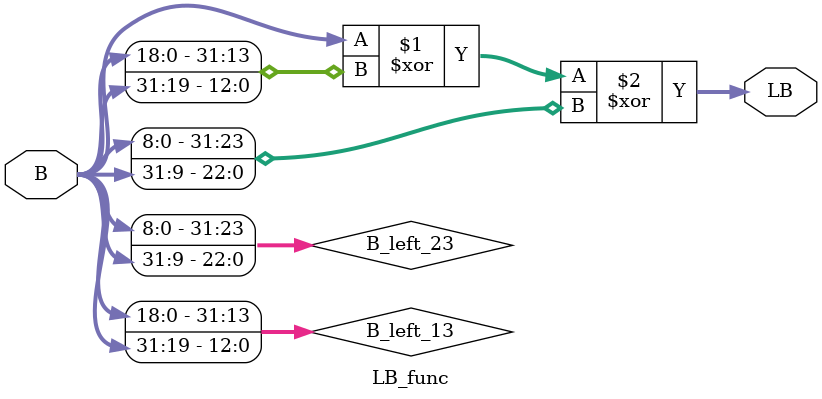
<source format=v>
`timescale 1ns / 1ps

module LB_func(
    input [31:0] B,
    output [31:0] LB
    );
    wire[31:0]B_left_13;
    wire[31:0]B_left_23;
    
    assign B_left_13 = {B[18:0] , B[31:19]};
    assign B_left_23 = {B[8:0] , B[31:9]};
    assign LB = B^B_left_13^B_left_23;
    
endmodule

</source>
